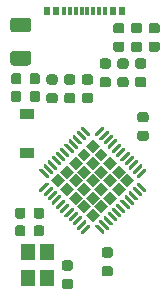
<source format=gtp>
G04 #@! TF.GenerationSoftware,KiCad,Pcbnew,(5.1.6)-1*
G04 #@! TF.CreationDate,2020-10-13T18:08:15+08:00*
G04 #@! TF.ProjectId,Alvaro,416c7661-726f-42e6-9b69-6361645f7063,C*
G04 #@! TF.SameCoordinates,Original*
G04 #@! TF.FileFunction,Paste,Top*
G04 #@! TF.FilePolarity,Positive*
%FSLAX46Y46*%
G04 Gerber Fmt 4.6, Leading zero omitted, Abs format (unit mm)*
G04 Created by KiCad (PCBNEW (5.1.6)-1) date 2020-10-13 18:08:15*
%MOMM*%
%LPD*%
G01*
G04 APERTURE LIST*
%ADD10R,0.300000X0.800000*%
%ADD11R,0.540000X0.800000*%
%ADD12R,1.200000X0.900000*%
%ADD13C,0.100000*%
%ADD14R,1.200000X1.400000*%
G04 APERTURE END LIST*
G36*
G01*
X25225000Y-31275000D02*
X23975000Y-31275000D01*
G75*
G02*
X23725000Y-31025000I0J250000D01*
G01*
X23725000Y-30275000D01*
G75*
G02*
X23975000Y-30025000I250000J0D01*
G01*
X25225000Y-30025000D01*
G75*
G02*
X25475000Y-30275000I0J-250000D01*
G01*
X25475000Y-31025000D01*
G75*
G02*
X25225000Y-31275000I-250000J0D01*
G01*
G37*
G36*
G01*
X25225000Y-34075000D02*
X23975000Y-34075000D01*
G75*
G02*
X23725000Y-33825000I0J250000D01*
G01*
X23725000Y-33075000D01*
G75*
G02*
X23975000Y-32825000I250000J0D01*
G01*
X25225000Y-32825000D01*
G75*
G02*
X25475000Y-33075000I0J-250000D01*
G01*
X25475000Y-33825000D01*
G75*
G02*
X25225000Y-34075000I-250000J0D01*
G01*
G37*
D10*
X31758000Y-29500000D03*
X28750000Y-29500000D03*
D11*
X26800000Y-29500000D03*
X33200000Y-29500000D03*
X32400000Y-29500000D03*
X27600000Y-29500000D03*
D10*
X29250000Y-29500000D03*
X30750000Y-29500000D03*
X29750000Y-29500000D03*
X30250000Y-29500000D03*
X31250000Y-29500000D03*
X28250000Y-29500000D03*
D12*
X25100000Y-38150000D03*
X25100000Y-41450000D03*
G36*
G01*
X26225000Y-36443750D02*
X26225000Y-36956250D01*
G75*
G02*
X26006250Y-37175000I-218750J0D01*
G01*
X25568750Y-37175000D01*
G75*
G02*
X25350000Y-36956250I0J218750D01*
G01*
X25350000Y-36443750D01*
G75*
G02*
X25568750Y-36225000I218750J0D01*
G01*
X26006250Y-36225000D01*
G75*
G02*
X26225000Y-36443750I0J-218750D01*
G01*
G37*
G36*
G01*
X24650000Y-36443750D02*
X24650000Y-36956250D01*
G75*
G02*
X24431250Y-37175000I-218750J0D01*
G01*
X23993750Y-37175000D01*
G75*
G02*
X23775000Y-36956250I0J218750D01*
G01*
X23775000Y-36443750D01*
G75*
G02*
X23993750Y-36225000I218750J0D01*
G01*
X24431250Y-36225000D01*
G75*
G02*
X24650000Y-36443750I0J-218750D01*
G01*
G37*
D13*
G36*
X30113101Y-46713280D02*
G01*
X30700000Y-46126381D01*
X31286899Y-46713280D01*
X30700000Y-47300179D01*
X30113101Y-46713280D01*
G37*
G36*
X30841421Y-45984960D02*
G01*
X31428320Y-45398061D01*
X32015219Y-45984960D01*
X31428320Y-46571859D01*
X30841421Y-45984960D01*
G37*
G36*
X31569741Y-45256640D02*
G01*
X32156640Y-44669741D01*
X32743539Y-45256640D01*
X32156640Y-45843539D01*
X31569741Y-45256640D01*
G37*
G36*
X32298061Y-44528320D02*
G01*
X32884960Y-43941421D01*
X33471859Y-44528320D01*
X32884960Y-45115219D01*
X32298061Y-44528320D01*
G37*
G36*
X33026381Y-43800000D02*
G01*
X33613280Y-43213101D01*
X34200179Y-43800000D01*
X33613280Y-44386899D01*
X33026381Y-43800000D01*
G37*
G36*
X29384781Y-45984960D02*
G01*
X29971680Y-45398061D01*
X30558579Y-45984960D01*
X29971680Y-46571859D01*
X29384781Y-45984960D01*
G37*
G36*
X30113101Y-45256640D02*
G01*
X30700000Y-44669741D01*
X31286899Y-45256640D01*
X30700000Y-45843539D01*
X30113101Y-45256640D01*
G37*
G36*
X30841421Y-44528320D02*
G01*
X31428320Y-43941421D01*
X32015219Y-44528320D01*
X31428320Y-45115219D01*
X30841421Y-44528320D01*
G37*
G36*
X31569741Y-43800000D02*
G01*
X32156640Y-43213101D01*
X32743539Y-43800000D01*
X32156640Y-44386899D01*
X31569741Y-43800000D01*
G37*
G36*
X32298061Y-43071680D02*
G01*
X32884960Y-42484781D01*
X33471859Y-43071680D01*
X32884960Y-43658579D01*
X32298061Y-43071680D01*
G37*
G36*
X28656461Y-45256640D02*
G01*
X29243360Y-44669741D01*
X29830259Y-45256640D01*
X29243360Y-45843539D01*
X28656461Y-45256640D01*
G37*
G36*
X29384781Y-44528320D02*
G01*
X29971680Y-43941421D01*
X30558579Y-44528320D01*
X29971680Y-45115219D01*
X29384781Y-44528320D01*
G37*
G36*
X30113101Y-43800000D02*
G01*
X30700000Y-43213101D01*
X31286899Y-43800000D01*
X30700000Y-44386899D01*
X30113101Y-43800000D01*
G37*
G36*
X30841421Y-43071680D02*
G01*
X31428320Y-42484781D01*
X32015219Y-43071680D01*
X31428320Y-43658579D01*
X30841421Y-43071680D01*
G37*
G36*
X31569741Y-42343360D02*
G01*
X32156640Y-41756461D01*
X32743539Y-42343360D01*
X32156640Y-42930259D01*
X31569741Y-42343360D01*
G37*
G36*
X27928141Y-44528320D02*
G01*
X28515040Y-43941421D01*
X29101939Y-44528320D01*
X28515040Y-45115219D01*
X27928141Y-44528320D01*
G37*
G36*
X28656461Y-43800000D02*
G01*
X29243360Y-43213101D01*
X29830259Y-43800000D01*
X29243360Y-44386899D01*
X28656461Y-43800000D01*
G37*
G36*
X29384781Y-43071680D02*
G01*
X29971680Y-42484781D01*
X30558579Y-43071680D01*
X29971680Y-43658579D01*
X29384781Y-43071680D01*
G37*
G36*
X30113101Y-42343360D02*
G01*
X30700000Y-41756461D01*
X31286899Y-42343360D01*
X30700000Y-42930259D01*
X30113101Y-42343360D01*
G37*
G36*
X30841421Y-41615040D02*
G01*
X31428320Y-41028141D01*
X32015219Y-41615040D01*
X31428320Y-42201939D01*
X30841421Y-41615040D01*
G37*
G36*
X27199821Y-43800000D02*
G01*
X27786720Y-43213101D01*
X28373619Y-43800000D01*
X27786720Y-44386899D01*
X27199821Y-43800000D01*
G37*
G36*
X27928141Y-43071680D02*
G01*
X28515040Y-42484781D01*
X29101939Y-43071680D01*
X28515040Y-43658579D01*
X27928141Y-43071680D01*
G37*
G36*
X28656461Y-42343360D02*
G01*
X29243360Y-41756461D01*
X29830259Y-42343360D01*
X29243360Y-42930259D01*
X28656461Y-42343360D01*
G37*
G36*
X29384781Y-41615040D02*
G01*
X29971680Y-41028141D01*
X30558579Y-41615040D01*
X29971680Y-42201939D01*
X29384781Y-41615040D01*
G37*
G36*
X30113101Y-40886720D02*
G01*
X30700000Y-40299821D01*
X31286899Y-40886720D01*
X30700000Y-41473619D01*
X30113101Y-40886720D01*
G37*
G36*
G01*
X30912132Y-40052334D02*
X30912132Y-40052334D01*
G75*
G02*
X30912132Y-39840202I106066J106066D01*
G01*
X31477818Y-39274516D01*
G75*
G02*
X31689950Y-39274516I106066J-106066D01*
G01*
X31689950Y-39274516D01*
G75*
G02*
X31689950Y-39486648I-106066J-106066D01*
G01*
X31124264Y-40052334D01*
G75*
G02*
X30912132Y-40052334I-106066J106066D01*
G01*
G37*
G36*
G01*
X31265685Y-40405888D02*
X31265685Y-40405888D01*
G75*
G02*
X31265685Y-40193756I106066J106066D01*
G01*
X31831371Y-39628070D01*
G75*
G02*
X32043503Y-39628070I106066J-106066D01*
G01*
X32043503Y-39628070D01*
G75*
G02*
X32043503Y-39840202I-106066J-106066D01*
G01*
X31477817Y-40405888D01*
G75*
G02*
X31265685Y-40405888I-106066J106066D01*
G01*
G37*
G36*
G01*
X31619239Y-40759441D02*
X31619239Y-40759441D01*
G75*
G02*
X31619239Y-40547309I106066J106066D01*
G01*
X32184925Y-39981623D01*
G75*
G02*
X32397057Y-39981623I106066J-106066D01*
G01*
X32397057Y-39981623D01*
G75*
G02*
X32397057Y-40193755I-106066J-106066D01*
G01*
X31831371Y-40759441D01*
G75*
G02*
X31619239Y-40759441I-106066J106066D01*
G01*
G37*
G36*
G01*
X31972792Y-41112995D02*
X31972792Y-41112995D01*
G75*
G02*
X31972792Y-40900863I106066J106066D01*
G01*
X32538478Y-40335177D01*
G75*
G02*
X32750610Y-40335177I106066J-106066D01*
G01*
X32750610Y-40335177D01*
G75*
G02*
X32750610Y-40547309I-106066J-106066D01*
G01*
X32184924Y-41112995D01*
G75*
G02*
X31972792Y-41112995I-106066J106066D01*
G01*
G37*
G36*
G01*
X32326345Y-41466548D02*
X32326345Y-41466548D01*
G75*
G02*
X32326345Y-41254416I106066J106066D01*
G01*
X32892031Y-40688730D01*
G75*
G02*
X33104163Y-40688730I106066J-106066D01*
G01*
X33104163Y-40688730D01*
G75*
G02*
X33104163Y-40900862I-106066J-106066D01*
G01*
X32538477Y-41466548D01*
G75*
G02*
X32326345Y-41466548I-106066J106066D01*
G01*
G37*
G36*
G01*
X32679899Y-41820101D02*
X32679899Y-41820101D01*
G75*
G02*
X32679899Y-41607969I106066J106066D01*
G01*
X33245585Y-41042283D01*
G75*
G02*
X33457717Y-41042283I106066J-106066D01*
G01*
X33457717Y-41042283D01*
G75*
G02*
X33457717Y-41254415I-106066J-106066D01*
G01*
X32892031Y-41820101D01*
G75*
G02*
X32679899Y-41820101I-106066J106066D01*
G01*
G37*
G36*
G01*
X33033452Y-42173655D02*
X33033452Y-42173655D01*
G75*
G02*
X33033452Y-41961523I106066J106066D01*
G01*
X33599138Y-41395837D01*
G75*
G02*
X33811270Y-41395837I106066J-106066D01*
G01*
X33811270Y-41395837D01*
G75*
G02*
X33811270Y-41607969I-106066J-106066D01*
G01*
X33245584Y-42173655D01*
G75*
G02*
X33033452Y-42173655I-106066J106066D01*
G01*
G37*
G36*
G01*
X33387005Y-42527208D02*
X33387005Y-42527208D01*
G75*
G02*
X33387005Y-42315076I106066J106066D01*
G01*
X33952691Y-41749390D01*
G75*
G02*
X34164823Y-41749390I106066J-106066D01*
G01*
X34164823Y-41749390D01*
G75*
G02*
X34164823Y-41961522I-106066J-106066D01*
G01*
X33599137Y-42527208D01*
G75*
G02*
X33387005Y-42527208I-106066J106066D01*
G01*
G37*
G36*
G01*
X33740559Y-42880761D02*
X33740559Y-42880761D01*
G75*
G02*
X33740559Y-42668629I106066J106066D01*
G01*
X34306245Y-42102943D01*
G75*
G02*
X34518377Y-42102943I106066J-106066D01*
G01*
X34518377Y-42102943D01*
G75*
G02*
X34518377Y-42315075I-106066J-106066D01*
G01*
X33952691Y-42880761D01*
G75*
G02*
X33740559Y-42880761I-106066J106066D01*
G01*
G37*
G36*
G01*
X34094112Y-43234315D02*
X34094112Y-43234315D01*
G75*
G02*
X34094112Y-43022183I106066J106066D01*
G01*
X34659798Y-42456497D01*
G75*
G02*
X34871930Y-42456497I106066J-106066D01*
G01*
X34871930Y-42456497D01*
G75*
G02*
X34871930Y-42668629I-106066J-106066D01*
G01*
X34306244Y-43234315D01*
G75*
G02*
X34094112Y-43234315I-106066J106066D01*
G01*
G37*
G36*
G01*
X34447666Y-43587868D02*
X34447666Y-43587868D01*
G75*
G02*
X34447666Y-43375736I106066J106066D01*
G01*
X35013352Y-42810050D01*
G75*
G02*
X35225484Y-42810050I106066J-106066D01*
G01*
X35225484Y-42810050D01*
G75*
G02*
X35225484Y-43022182I-106066J-106066D01*
G01*
X34659798Y-43587868D01*
G75*
G02*
X34447666Y-43587868I-106066J106066D01*
G01*
G37*
G36*
G01*
X34447666Y-44012132D02*
X34447666Y-44012132D01*
G75*
G02*
X34659798Y-44012132I106066J-106066D01*
G01*
X35225484Y-44577818D01*
G75*
G02*
X35225484Y-44789950I-106066J-106066D01*
G01*
X35225484Y-44789950D01*
G75*
G02*
X35013352Y-44789950I-106066J106066D01*
G01*
X34447666Y-44224264D01*
G75*
G02*
X34447666Y-44012132I106066J106066D01*
G01*
G37*
G36*
G01*
X34094112Y-44365685D02*
X34094112Y-44365685D01*
G75*
G02*
X34306244Y-44365685I106066J-106066D01*
G01*
X34871930Y-44931371D01*
G75*
G02*
X34871930Y-45143503I-106066J-106066D01*
G01*
X34871930Y-45143503D01*
G75*
G02*
X34659798Y-45143503I-106066J106066D01*
G01*
X34094112Y-44577817D01*
G75*
G02*
X34094112Y-44365685I106066J106066D01*
G01*
G37*
G36*
G01*
X33740559Y-44719239D02*
X33740559Y-44719239D01*
G75*
G02*
X33952691Y-44719239I106066J-106066D01*
G01*
X34518377Y-45284925D01*
G75*
G02*
X34518377Y-45497057I-106066J-106066D01*
G01*
X34518377Y-45497057D01*
G75*
G02*
X34306245Y-45497057I-106066J106066D01*
G01*
X33740559Y-44931371D01*
G75*
G02*
X33740559Y-44719239I106066J106066D01*
G01*
G37*
G36*
G01*
X33387005Y-45072792D02*
X33387005Y-45072792D01*
G75*
G02*
X33599137Y-45072792I106066J-106066D01*
G01*
X34164823Y-45638478D01*
G75*
G02*
X34164823Y-45850610I-106066J-106066D01*
G01*
X34164823Y-45850610D01*
G75*
G02*
X33952691Y-45850610I-106066J106066D01*
G01*
X33387005Y-45284924D01*
G75*
G02*
X33387005Y-45072792I106066J106066D01*
G01*
G37*
G36*
G01*
X33033452Y-45426345D02*
X33033452Y-45426345D01*
G75*
G02*
X33245584Y-45426345I106066J-106066D01*
G01*
X33811270Y-45992031D01*
G75*
G02*
X33811270Y-46204163I-106066J-106066D01*
G01*
X33811270Y-46204163D01*
G75*
G02*
X33599138Y-46204163I-106066J106066D01*
G01*
X33033452Y-45638477D01*
G75*
G02*
X33033452Y-45426345I106066J106066D01*
G01*
G37*
G36*
G01*
X32679899Y-45779899D02*
X32679899Y-45779899D01*
G75*
G02*
X32892031Y-45779899I106066J-106066D01*
G01*
X33457717Y-46345585D01*
G75*
G02*
X33457717Y-46557717I-106066J-106066D01*
G01*
X33457717Y-46557717D01*
G75*
G02*
X33245585Y-46557717I-106066J106066D01*
G01*
X32679899Y-45992031D01*
G75*
G02*
X32679899Y-45779899I106066J106066D01*
G01*
G37*
G36*
G01*
X32326345Y-46133452D02*
X32326345Y-46133452D01*
G75*
G02*
X32538477Y-46133452I106066J-106066D01*
G01*
X33104163Y-46699138D01*
G75*
G02*
X33104163Y-46911270I-106066J-106066D01*
G01*
X33104163Y-46911270D01*
G75*
G02*
X32892031Y-46911270I-106066J106066D01*
G01*
X32326345Y-46345584D01*
G75*
G02*
X32326345Y-46133452I106066J106066D01*
G01*
G37*
G36*
G01*
X31972792Y-46487005D02*
X31972792Y-46487005D01*
G75*
G02*
X32184924Y-46487005I106066J-106066D01*
G01*
X32750610Y-47052691D01*
G75*
G02*
X32750610Y-47264823I-106066J-106066D01*
G01*
X32750610Y-47264823D01*
G75*
G02*
X32538478Y-47264823I-106066J106066D01*
G01*
X31972792Y-46699137D01*
G75*
G02*
X31972792Y-46487005I106066J106066D01*
G01*
G37*
G36*
G01*
X31619239Y-46840559D02*
X31619239Y-46840559D01*
G75*
G02*
X31831371Y-46840559I106066J-106066D01*
G01*
X32397057Y-47406245D01*
G75*
G02*
X32397057Y-47618377I-106066J-106066D01*
G01*
X32397057Y-47618377D01*
G75*
G02*
X32184925Y-47618377I-106066J106066D01*
G01*
X31619239Y-47052691D01*
G75*
G02*
X31619239Y-46840559I106066J106066D01*
G01*
G37*
G36*
G01*
X31265685Y-47194112D02*
X31265685Y-47194112D01*
G75*
G02*
X31477817Y-47194112I106066J-106066D01*
G01*
X32043503Y-47759798D01*
G75*
G02*
X32043503Y-47971930I-106066J-106066D01*
G01*
X32043503Y-47971930D01*
G75*
G02*
X31831371Y-47971930I-106066J106066D01*
G01*
X31265685Y-47406244D01*
G75*
G02*
X31265685Y-47194112I106066J106066D01*
G01*
G37*
G36*
G01*
X30912132Y-47547666D02*
X30912132Y-47547666D01*
G75*
G02*
X31124264Y-47547666I106066J-106066D01*
G01*
X31689950Y-48113352D01*
G75*
G02*
X31689950Y-48325484I-106066J-106066D01*
G01*
X31689950Y-48325484D01*
G75*
G02*
X31477818Y-48325484I-106066J106066D01*
G01*
X30912132Y-47759798D01*
G75*
G02*
X30912132Y-47547666I106066J106066D01*
G01*
G37*
G36*
G01*
X29710050Y-48325484D02*
X29710050Y-48325484D01*
G75*
G02*
X29710050Y-48113352I106066J106066D01*
G01*
X30275736Y-47547666D01*
G75*
G02*
X30487868Y-47547666I106066J-106066D01*
G01*
X30487868Y-47547666D01*
G75*
G02*
X30487868Y-47759798I-106066J-106066D01*
G01*
X29922182Y-48325484D01*
G75*
G02*
X29710050Y-48325484I-106066J106066D01*
G01*
G37*
G36*
G01*
X29356497Y-47971930D02*
X29356497Y-47971930D01*
G75*
G02*
X29356497Y-47759798I106066J106066D01*
G01*
X29922183Y-47194112D01*
G75*
G02*
X30134315Y-47194112I106066J-106066D01*
G01*
X30134315Y-47194112D01*
G75*
G02*
X30134315Y-47406244I-106066J-106066D01*
G01*
X29568629Y-47971930D01*
G75*
G02*
X29356497Y-47971930I-106066J106066D01*
G01*
G37*
G36*
G01*
X29002943Y-47618377D02*
X29002943Y-47618377D01*
G75*
G02*
X29002943Y-47406245I106066J106066D01*
G01*
X29568629Y-46840559D01*
G75*
G02*
X29780761Y-46840559I106066J-106066D01*
G01*
X29780761Y-46840559D01*
G75*
G02*
X29780761Y-47052691I-106066J-106066D01*
G01*
X29215075Y-47618377D01*
G75*
G02*
X29002943Y-47618377I-106066J106066D01*
G01*
G37*
G36*
G01*
X28649390Y-47264823D02*
X28649390Y-47264823D01*
G75*
G02*
X28649390Y-47052691I106066J106066D01*
G01*
X29215076Y-46487005D01*
G75*
G02*
X29427208Y-46487005I106066J-106066D01*
G01*
X29427208Y-46487005D01*
G75*
G02*
X29427208Y-46699137I-106066J-106066D01*
G01*
X28861522Y-47264823D01*
G75*
G02*
X28649390Y-47264823I-106066J106066D01*
G01*
G37*
G36*
G01*
X28295837Y-46911270D02*
X28295837Y-46911270D01*
G75*
G02*
X28295837Y-46699138I106066J106066D01*
G01*
X28861523Y-46133452D01*
G75*
G02*
X29073655Y-46133452I106066J-106066D01*
G01*
X29073655Y-46133452D01*
G75*
G02*
X29073655Y-46345584I-106066J-106066D01*
G01*
X28507969Y-46911270D01*
G75*
G02*
X28295837Y-46911270I-106066J106066D01*
G01*
G37*
G36*
G01*
X27942283Y-46557717D02*
X27942283Y-46557717D01*
G75*
G02*
X27942283Y-46345585I106066J106066D01*
G01*
X28507969Y-45779899D01*
G75*
G02*
X28720101Y-45779899I106066J-106066D01*
G01*
X28720101Y-45779899D01*
G75*
G02*
X28720101Y-45992031I-106066J-106066D01*
G01*
X28154415Y-46557717D01*
G75*
G02*
X27942283Y-46557717I-106066J106066D01*
G01*
G37*
G36*
G01*
X27588730Y-46204163D02*
X27588730Y-46204163D01*
G75*
G02*
X27588730Y-45992031I106066J106066D01*
G01*
X28154416Y-45426345D01*
G75*
G02*
X28366548Y-45426345I106066J-106066D01*
G01*
X28366548Y-45426345D01*
G75*
G02*
X28366548Y-45638477I-106066J-106066D01*
G01*
X27800862Y-46204163D01*
G75*
G02*
X27588730Y-46204163I-106066J106066D01*
G01*
G37*
G36*
G01*
X27235177Y-45850610D02*
X27235177Y-45850610D01*
G75*
G02*
X27235177Y-45638478I106066J106066D01*
G01*
X27800863Y-45072792D01*
G75*
G02*
X28012995Y-45072792I106066J-106066D01*
G01*
X28012995Y-45072792D01*
G75*
G02*
X28012995Y-45284924I-106066J-106066D01*
G01*
X27447309Y-45850610D01*
G75*
G02*
X27235177Y-45850610I-106066J106066D01*
G01*
G37*
G36*
G01*
X26881623Y-45497057D02*
X26881623Y-45497057D01*
G75*
G02*
X26881623Y-45284925I106066J106066D01*
G01*
X27447309Y-44719239D01*
G75*
G02*
X27659441Y-44719239I106066J-106066D01*
G01*
X27659441Y-44719239D01*
G75*
G02*
X27659441Y-44931371I-106066J-106066D01*
G01*
X27093755Y-45497057D01*
G75*
G02*
X26881623Y-45497057I-106066J106066D01*
G01*
G37*
G36*
G01*
X26528070Y-45143503D02*
X26528070Y-45143503D01*
G75*
G02*
X26528070Y-44931371I106066J106066D01*
G01*
X27093756Y-44365685D01*
G75*
G02*
X27305888Y-44365685I106066J-106066D01*
G01*
X27305888Y-44365685D01*
G75*
G02*
X27305888Y-44577817I-106066J-106066D01*
G01*
X26740202Y-45143503D01*
G75*
G02*
X26528070Y-45143503I-106066J106066D01*
G01*
G37*
G36*
G01*
X26174516Y-44789950D02*
X26174516Y-44789950D01*
G75*
G02*
X26174516Y-44577818I106066J106066D01*
G01*
X26740202Y-44012132D01*
G75*
G02*
X26952334Y-44012132I106066J-106066D01*
G01*
X26952334Y-44012132D01*
G75*
G02*
X26952334Y-44224264I-106066J-106066D01*
G01*
X26386648Y-44789950D01*
G75*
G02*
X26174516Y-44789950I-106066J106066D01*
G01*
G37*
G36*
G01*
X26174516Y-42810050D02*
X26174516Y-42810050D01*
G75*
G02*
X26386648Y-42810050I106066J-106066D01*
G01*
X26952334Y-43375736D01*
G75*
G02*
X26952334Y-43587868I-106066J-106066D01*
G01*
X26952334Y-43587868D01*
G75*
G02*
X26740202Y-43587868I-106066J106066D01*
G01*
X26174516Y-43022182D01*
G75*
G02*
X26174516Y-42810050I106066J106066D01*
G01*
G37*
G36*
G01*
X26528070Y-42456497D02*
X26528070Y-42456497D01*
G75*
G02*
X26740202Y-42456497I106066J-106066D01*
G01*
X27305888Y-43022183D01*
G75*
G02*
X27305888Y-43234315I-106066J-106066D01*
G01*
X27305888Y-43234315D01*
G75*
G02*
X27093756Y-43234315I-106066J106066D01*
G01*
X26528070Y-42668629D01*
G75*
G02*
X26528070Y-42456497I106066J106066D01*
G01*
G37*
G36*
G01*
X26881623Y-42102943D02*
X26881623Y-42102943D01*
G75*
G02*
X27093755Y-42102943I106066J-106066D01*
G01*
X27659441Y-42668629D01*
G75*
G02*
X27659441Y-42880761I-106066J-106066D01*
G01*
X27659441Y-42880761D01*
G75*
G02*
X27447309Y-42880761I-106066J106066D01*
G01*
X26881623Y-42315075D01*
G75*
G02*
X26881623Y-42102943I106066J106066D01*
G01*
G37*
G36*
G01*
X27235177Y-41749390D02*
X27235177Y-41749390D01*
G75*
G02*
X27447309Y-41749390I106066J-106066D01*
G01*
X28012995Y-42315076D01*
G75*
G02*
X28012995Y-42527208I-106066J-106066D01*
G01*
X28012995Y-42527208D01*
G75*
G02*
X27800863Y-42527208I-106066J106066D01*
G01*
X27235177Y-41961522D01*
G75*
G02*
X27235177Y-41749390I106066J106066D01*
G01*
G37*
G36*
G01*
X27588730Y-41395837D02*
X27588730Y-41395837D01*
G75*
G02*
X27800862Y-41395837I106066J-106066D01*
G01*
X28366548Y-41961523D01*
G75*
G02*
X28366548Y-42173655I-106066J-106066D01*
G01*
X28366548Y-42173655D01*
G75*
G02*
X28154416Y-42173655I-106066J106066D01*
G01*
X27588730Y-41607969D01*
G75*
G02*
X27588730Y-41395837I106066J106066D01*
G01*
G37*
G36*
G01*
X27942283Y-41042283D02*
X27942283Y-41042283D01*
G75*
G02*
X28154415Y-41042283I106066J-106066D01*
G01*
X28720101Y-41607969D01*
G75*
G02*
X28720101Y-41820101I-106066J-106066D01*
G01*
X28720101Y-41820101D01*
G75*
G02*
X28507969Y-41820101I-106066J106066D01*
G01*
X27942283Y-41254415D01*
G75*
G02*
X27942283Y-41042283I106066J106066D01*
G01*
G37*
G36*
G01*
X28295837Y-40688730D02*
X28295837Y-40688730D01*
G75*
G02*
X28507969Y-40688730I106066J-106066D01*
G01*
X29073655Y-41254416D01*
G75*
G02*
X29073655Y-41466548I-106066J-106066D01*
G01*
X29073655Y-41466548D01*
G75*
G02*
X28861523Y-41466548I-106066J106066D01*
G01*
X28295837Y-40900862D01*
G75*
G02*
X28295837Y-40688730I106066J106066D01*
G01*
G37*
G36*
G01*
X28649390Y-40335177D02*
X28649390Y-40335177D01*
G75*
G02*
X28861522Y-40335177I106066J-106066D01*
G01*
X29427208Y-40900863D01*
G75*
G02*
X29427208Y-41112995I-106066J-106066D01*
G01*
X29427208Y-41112995D01*
G75*
G02*
X29215076Y-41112995I-106066J106066D01*
G01*
X28649390Y-40547309D01*
G75*
G02*
X28649390Y-40335177I106066J106066D01*
G01*
G37*
G36*
G01*
X29002943Y-39981623D02*
X29002943Y-39981623D01*
G75*
G02*
X29215075Y-39981623I106066J-106066D01*
G01*
X29780761Y-40547309D01*
G75*
G02*
X29780761Y-40759441I-106066J-106066D01*
G01*
X29780761Y-40759441D01*
G75*
G02*
X29568629Y-40759441I-106066J106066D01*
G01*
X29002943Y-40193755D01*
G75*
G02*
X29002943Y-39981623I106066J106066D01*
G01*
G37*
G36*
G01*
X29356497Y-39628070D02*
X29356497Y-39628070D01*
G75*
G02*
X29568629Y-39628070I106066J-106066D01*
G01*
X30134315Y-40193756D01*
G75*
G02*
X30134315Y-40405888I-106066J-106066D01*
G01*
X30134315Y-40405888D01*
G75*
G02*
X29922183Y-40405888I-106066J106066D01*
G01*
X29356497Y-39840202D01*
G75*
G02*
X29356497Y-39628070I106066J106066D01*
G01*
G37*
G36*
G01*
X29710050Y-39274516D02*
X29710050Y-39274516D01*
G75*
G02*
X29922182Y-39274516I106066J-106066D01*
G01*
X30487868Y-39840202D01*
G75*
G02*
X30487868Y-40052334I-106066J-106066D01*
G01*
X30487868Y-40052334D01*
G75*
G02*
X30275736Y-40052334I-106066J106066D01*
G01*
X29710050Y-39486648D01*
G75*
G02*
X29710050Y-39274516I106066J106066D01*
G01*
G37*
G36*
G01*
X23775000Y-35456250D02*
X23775000Y-34943750D01*
G75*
G02*
X23993750Y-34725000I218750J0D01*
G01*
X24431250Y-34725000D01*
G75*
G02*
X24650000Y-34943750I0J-218750D01*
G01*
X24650000Y-35456250D01*
G75*
G02*
X24431250Y-35675000I-218750J0D01*
G01*
X23993750Y-35675000D01*
G75*
G02*
X23775000Y-35456250I0J218750D01*
G01*
G37*
G36*
G01*
X25350000Y-35456250D02*
X25350000Y-34943750D01*
G75*
G02*
X25568750Y-34725000I218750J0D01*
G01*
X26006250Y-34725000D01*
G75*
G02*
X26225000Y-34943750I0J-218750D01*
G01*
X26225000Y-35456250D01*
G75*
G02*
X26006250Y-35675000I-218750J0D01*
G01*
X25568750Y-35675000D01*
G75*
G02*
X25350000Y-35456250I0J218750D01*
G01*
G37*
G36*
G01*
X30506250Y-35700000D02*
X29993750Y-35700000D01*
G75*
G02*
X29775000Y-35481250I0J218750D01*
G01*
X29775000Y-35043750D01*
G75*
G02*
X29993750Y-34825000I218750J0D01*
G01*
X30506250Y-34825000D01*
G75*
G02*
X30725000Y-35043750I0J-218750D01*
G01*
X30725000Y-35481250D01*
G75*
G02*
X30506250Y-35700000I-218750J0D01*
G01*
G37*
G36*
G01*
X30506250Y-37275000D02*
X29993750Y-37275000D01*
G75*
G02*
X29775000Y-37056250I0J218750D01*
G01*
X29775000Y-36618750D01*
G75*
G02*
X29993750Y-36400000I218750J0D01*
G01*
X30506250Y-36400000D01*
G75*
G02*
X30725000Y-36618750I0J-218750D01*
G01*
X30725000Y-37056250D01*
G75*
G02*
X30506250Y-37275000I-218750J0D01*
G01*
G37*
G36*
G01*
X29006250Y-35700000D02*
X28493750Y-35700000D01*
G75*
G02*
X28275000Y-35481250I0J218750D01*
G01*
X28275000Y-35043750D01*
G75*
G02*
X28493750Y-34825000I218750J0D01*
G01*
X29006250Y-34825000D01*
G75*
G02*
X29225000Y-35043750I0J-218750D01*
G01*
X29225000Y-35481250D01*
G75*
G02*
X29006250Y-35700000I-218750J0D01*
G01*
G37*
G36*
G01*
X29006250Y-37275000D02*
X28493750Y-37275000D01*
G75*
G02*
X28275000Y-37056250I0J218750D01*
G01*
X28275000Y-36618750D01*
G75*
G02*
X28493750Y-36400000I218750J0D01*
G01*
X29006250Y-36400000D01*
G75*
G02*
X29225000Y-36618750I0J-218750D01*
G01*
X29225000Y-37056250D01*
G75*
G02*
X29006250Y-37275000I-218750J0D01*
G01*
G37*
G36*
G01*
X35643750Y-30475000D02*
X36156250Y-30475000D01*
G75*
G02*
X36375000Y-30693750I0J-218750D01*
G01*
X36375000Y-31131250D01*
G75*
G02*
X36156250Y-31350000I-218750J0D01*
G01*
X35643750Y-31350000D01*
G75*
G02*
X35425000Y-31131250I0J218750D01*
G01*
X35425000Y-30693750D01*
G75*
G02*
X35643750Y-30475000I218750J0D01*
G01*
G37*
G36*
G01*
X35643750Y-32050000D02*
X36156250Y-32050000D01*
G75*
G02*
X36375000Y-32268750I0J-218750D01*
G01*
X36375000Y-32706250D01*
G75*
G02*
X36156250Y-32925000I-218750J0D01*
G01*
X35643750Y-32925000D01*
G75*
G02*
X35425000Y-32706250I0J218750D01*
G01*
X35425000Y-32268750D01*
G75*
G02*
X35643750Y-32050000I218750J0D01*
G01*
G37*
G36*
G01*
X34656250Y-32925000D02*
X34143750Y-32925000D01*
G75*
G02*
X33925000Y-32706250I0J218750D01*
G01*
X33925000Y-32268750D01*
G75*
G02*
X34143750Y-32050000I218750J0D01*
G01*
X34656250Y-32050000D01*
G75*
G02*
X34875000Y-32268750I0J-218750D01*
G01*
X34875000Y-32706250D01*
G75*
G02*
X34656250Y-32925000I-218750J0D01*
G01*
G37*
G36*
G01*
X34656250Y-31350000D02*
X34143750Y-31350000D01*
G75*
G02*
X33925000Y-31131250I0J218750D01*
G01*
X33925000Y-30693750D01*
G75*
G02*
X34143750Y-30475000I218750J0D01*
G01*
X34656250Y-30475000D01*
G75*
G02*
X34875000Y-30693750I0J-218750D01*
G01*
X34875000Y-31131250D01*
G75*
G02*
X34656250Y-31350000I-218750J0D01*
G01*
G37*
G36*
G01*
X33156250Y-31350000D02*
X32643750Y-31350000D01*
G75*
G02*
X32425000Y-31131250I0J218750D01*
G01*
X32425000Y-30693750D01*
G75*
G02*
X32643750Y-30475000I218750J0D01*
G01*
X33156250Y-30475000D01*
G75*
G02*
X33375000Y-30693750I0J-218750D01*
G01*
X33375000Y-31131250D01*
G75*
G02*
X33156250Y-31350000I-218750J0D01*
G01*
G37*
G36*
G01*
X33156250Y-32925000D02*
X32643750Y-32925000D01*
G75*
G02*
X32425000Y-32706250I0J218750D01*
G01*
X32425000Y-32268750D01*
G75*
G02*
X32643750Y-32050000I218750J0D01*
G01*
X33156250Y-32050000D01*
G75*
G02*
X33375000Y-32268750I0J-218750D01*
G01*
X33375000Y-32706250D01*
G75*
G02*
X33156250Y-32925000I-218750J0D01*
G01*
G37*
G36*
G01*
X35006250Y-34350000D02*
X34493750Y-34350000D01*
G75*
G02*
X34275000Y-34131250I0J218750D01*
G01*
X34275000Y-33693750D01*
G75*
G02*
X34493750Y-33475000I218750J0D01*
G01*
X35006250Y-33475000D01*
G75*
G02*
X35225000Y-33693750I0J-218750D01*
G01*
X35225000Y-34131250D01*
G75*
G02*
X35006250Y-34350000I-218750J0D01*
G01*
G37*
G36*
G01*
X35006250Y-35925000D02*
X34493750Y-35925000D01*
G75*
G02*
X34275000Y-35706250I0J218750D01*
G01*
X34275000Y-35268750D01*
G75*
G02*
X34493750Y-35050000I218750J0D01*
G01*
X35006250Y-35050000D01*
G75*
G02*
X35225000Y-35268750I0J-218750D01*
G01*
X35225000Y-35706250D01*
G75*
G02*
X35006250Y-35925000I-218750J0D01*
G01*
G37*
G36*
G01*
X27506250Y-35700000D02*
X26993750Y-35700000D01*
G75*
G02*
X26775000Y-35481250I0J218750D01*
G01*
X26775000Y-35043750D01*
G75*
G02*
X26993750Y-34825000I218750J0D01*
G01*
X27506250Y-34825000D01*
G75*
G02*
X27725000Y-35043750I0J-218750D01*
G01*
X27725000Y-35481250D01*
G75*
G02*
X27506250Y-35700000I-218750J0D01*
G01*
G37*
G36*
G01*
X27506250Y-37275000D02*
X26993750Y-37275000D01*
G75*
G02*
X26775000Y-37056250I0J218750D01*
G01*
X26775000Y-36618750D01*
G75*
G02*
X26993750Y-36400000I218750J0D01*
G01*
X27506250Y-36400000D01*
G75*
G02*
X27725000Y-36618750I0J-218750D01*
G01*
X27725000Y-37056250D01*
G75*
G02*
X27506250Y-37275000I-218750J0D01*
G01*
G37*
G36*
G01*
X25700000Y-48331250D02*
X25700000Y-47818750D01*
G75*
G02*
X25918750Y-47600000I218750J0D01*
G01*
X26356250Y-47600000D01*
G75*
G02*
X26575000Y-47818750I0J-218750D01*
G01*
X26575000Y-48331250D01*
G75*
G02*
X26356250Y-48550000I-218750J0D01*
G01*
X25918750Y-48550000D01*
G75*
G02*
X25700000Y-48331250I0J218750D01*
G01*
G37*
G36*
G01*
X24125000Y-48331250D02*
X24125000Y-47818750D01*
G75*
G02*
X24343750Y-47600000I218750J0D01*
G01*
X24781250Y-47600000D01*
G75*
G02*
X25000000Y-47818750I0J-218750D01*
G01*
X25000000Y-48331250D01*
G75*
G02*
X24781250Y-48550000I-218750J0D01*
G01*
X24343750Y-48550000D01*
G75*
G02*
X24125000Y-48331250I0J218750D01*
G01*
G37*
G36*
G01*
X28806250Y-53025000D02*
X28293750Y-53025000D01*
G75*
G02*
X28075000Y-52806250I0J218750D01*
G01*
X28075000Y-52368750D01*
G75*
G02*
X28293750Y-52150000I218750J0D01*
G01*
X28806250Y-52150000D01*
G75*
G02*
X29025000Y-52368750I0J-218750D01*
G01*
X29025000Y-52806250D01*
G75*
G02*
X28806250Y-53025000I-218750J0D01*
G01*
G37*
G36*
G01*
X28806250Y-51450000D02*
X28293750Y-51450000D01*
G75*
G02*
X28075000Y-51231250I0J218750D01*
G01*
X28075000Y-50793750D01*
G75*
G02*
X28293750Y-50575000I218750J0D01*
G01*
X28806250Y-50575000D01*
G75*
G02*
X29025000Y-50793750I0J-218750D01*
G01*
X29025000Y-51231250D01*
G75*
G02*
X28806250Y-51450000I-218750J0D01*
G01*
G37*
G36*
G01*
X32006250Y-34350000D02*
X31493750Y-34350000D01*
G75*
G02*
X31275000Y-34131250I0J218750D01*
G01*
X31275000Y-33693750D01*
G75*
G02*
X31493750Y-33475000I218750J0D01*
G01*
X32006250Y-33475000D01*
G75*
G02*
X32225000Y-33693750I0J-218750D01*
G01*
X32225000Y-34131250D01*
G75*
G02*
X32006250Y-34350000I-218750J0D01*
G01*
G37*
G36*
G01*
X32006250Y-35925000D02*
X31493750Y-35925000D01*
G75*
G02*
X31275000Y-35706250I0J218750D01*
G01*
X31275000Y-35268750D01*
G75*
G02*
X31493750Y-35050000I218750J0D01*
G01*
X32006250Y-35050000D01*
G75*
G02*
X32225000Y-35268750I0J-218750D01*
G01*
X32225000Y-35706250D01*
G75*
G02*
X32006250Y-35925000I-218750J0D01*
G01*
G37*
G36*
G01*
X33506250Y-34350000D02*
X32993750Y-34350000D01*
G75*
G02*
X32775000Y-34131250I0J218750D01*
G01*
X32775000Y-33693750D01*
G75*
G02*
X32993750Y-33475000I218750J0D01*
G01*
X33506250Y-33475000D01*
G75*
G02*
X33725000Y-33693750I0J-218750D01*
G01*
X33725000Y-34131250D01*
G75*
G02*
X33506250Y-34350000I-218750J0D01*
G01*
G37*
G36*
G01*
X33506250Y-35925000D02*
X32993750Y-35925000D01*
G75*
G02*
X32775000Y-35706250I0J218750D01*
G01*
X32775000Y-35268750D01*
G75*
G02*
X32993750Y-35050000I218750J0D01*
G01*
X33506250Y-35050000D01*
G75*
G02*
X33725000Y-35268750I0J-218750D01*
G01*
X33725000Y-35706250D01*
G75*
G02*
X33506250Y-35925000I-218750J0D01*
G01*
G37*
G36*
G01*
X34693750Y-38025000D02*
X35206250Y-38025000D01*
G75*
G02*
X35425000Y-38243750I0J-218750D01*
G01*
X35425000Y-38681250D01*
G75*
G02*
X35206250Y-38900000I-218750J0D01*
G01*
X34693750Y-38900000D01*
G75*
G02*
X34475000Y-38681250I0J218750D01*
G01*
X34475000Y-38243750D01*
G75*
G02*
X34693750Y-38025000I218750J0D01*
G01*
G37*
G36*
G01*
X34693750Y-39600000D02*
X35206250Y-39600000D01*
G75*
G02*
X35425000Y-39818750I0J-218750D01*
G01*
X35425000Y-40256250D01*
G75*
G02*
X35206250Y-40475000I-218750J0D01*
G01*
X34693750Y-40475000D01*
G75*
G02*
X34475000Y-40256250I0J218750D01*
G01*
X34475000Y-39818750D01*
G75*
G02*
X34693750Y-39600000I218750J0D01*
G01*
G37*
G36*
G01*
X31668750Y-49475000D02*
X32181250Y-49475000D01*
G75*
G02*
X32400000Y-49693750I0J-218750D01*
G01*
X32400000Y-50131250D01*
G75*
G02*
X32181250Y-50350000I-218750J0D01*
G01*
X31668750Y-50350000D01*
G75*
G02*
X31450000Y-50131250I0J218750D01*
G01*
X31450000Y-49693750D01*
G75*
G02*
X31668750Y-49475000I218750J0D01*
G01*
G37*
G36*
G01*
X31668750Y-51050000D02*
X32181250Y-51050000D01*
G75*
G02*
X32400000Y-51268750I0J-218750D01*
G01*
X32400000Y-51706250D01*
G75*
G02*
X32181250Y-51925000I-218750J0D01*
G01*
X31668750Y-51925000D01*
G75*
G02*
X31450000Y-51706250I0J218750D01*
G01*
X31450000Y-51268750D01*
G75*
G02*
X31668750Y-51050000I218750J0D01*
G01*
G37*
G36*
G01*
X26575000Y-46318750D02*
X26575000Y-46831250D01*
G75*
G02*
X26356250Y-47050000I-218750J0D01*
G01*
X25918750Y-47050000D01*
G75*
G02*
X25700000Y-46831250I0J218750D01*
G01*
X25700000Y-46318750D01*
G75*
G02*
X25918750Y-46100000I218750J0D01*
G01*
X26356250Y-46100000D01*
G75*
G02*
X26575000Y-46318750I0J-218750D01*
G01*
G37*
G36*
G01*
X25000000Y-46318750D02*
X25000000Y-46831250D01*
G75*
G02*
X24781250Y-47050000I-218750J0D01*
G01*
X24343750Y-47050000D01*
G75*
G02*
X24125000Y-46831250I0J218750D01*
G01*
X24125000Y-46318750D01*
G75*
G02*
X24343750Y-46100000I218750J0D01*
G01*
X24781250Y-46100000D01*
G75*
G02*
X25000000Y-46318750I0J-218750D01*
G01*
G37*
D14*
X25250000Y-52100000D03*
X25250000Y-49900000D03*
X26850000Y-49900000D03*
X26850000Y-52100000D03*
M02*

</source>
